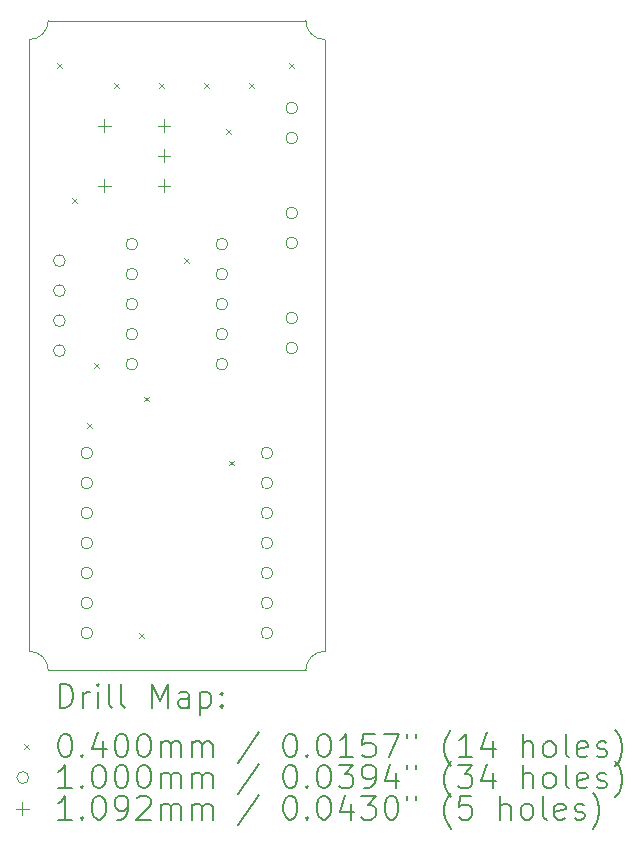
<source format=gbr>
%TF.GenerationSoftware,KiCad,Pcbnew,7.0.9*%
%TF.CreationDate,2025-03-23T18:33:56-04:00*%
%TF.ProjectId,Compact_Control,436f6d70-6163-4745-9f43-6f6e74726f6c,rev?*%
%TF.SameCoordinates,Original*%
%TF.FileFunction,Drillmap*%
%TF.FilePolarity,Positive*%
%FSLAX45Y45*%
G04 Gerber Fmt 4.5, Leading zero omitted, Abs format (unit mm)*
G04 Created by KiCad (PCBNEW 7.0.9) date 2025-03-23 18:33:56*
%MOMM*%
%LPD*%
G01*
G04 APERTURE LIST*
%ADD10C,0.100000*%
%ADD11C,0.200000*%
%ADD12C,0.109220*%
G04 APERTURE END LIST*
D10*
X160000Y-5500000D02*
G75*
G03*
X0Y-5340000I-160000J0D01*
G01*
X2500000Y-5340000D02*
G75*
G03*
X2340000Y-5500000I0J-160000D01*
G01*
X0Y-5340000D02*
X0Y-160000D01*
X2500000Y-160000D02*
X2500000Y-5340000D01*
X0Y-160000D02*
G75*
G03*
X160000Y0I0J160000D01*
G01*
X2340000Y0D02*
G75*
G03*
X2500000Y-160000I160000J0D01*
G01*
X2340000Y-5500000D02*
X160000Y-5500000D01*
X160000Y0D02*
X2340000Y0D01*
D11*
D10*
X234000Y-361000D02*
X274000Y-401000D01*
X274000Y-361000D02*
X234000Y-401000D01*
X361000Y-1504000D02*
X401000Y-1544000D01*
X401000Y-1504000D02*
X361000Y-1544000D01*
X488000Y-3409000D02*
X528000Y-3449000D01*
X528000Y-3409000D02*
X488000Y-3449000D01*
X548274Y-2901000D02*
X588274Y-2941000D01*
X588274Y-2901000D02*
X548274Y-2941000D01*
X720774Y-529196D02*
X760774Y-569196D01*
X760774Y-529196D02*
X720774Y-569196D01*
X932500Y-5187000D02*
X972500Y-5227000D01*
X972500Y-5187000D02*
X932500Y-5227000D01*
X974774Y-3183496D02*
X1014774Y-3223496D01*
X1014774Y-3183496D02*
X974774Y-3223496D01*
X1101774Y-529196D02*
X1141774Y-569196D01*
X1141774Y-529196D02*
X1101774Y-569196D01*
X1313500Y-2012000D02*
X1353500Y-2052000D01*
X1353500Y-2012000D02*
X1313500Y-2052000D01*
X1482774Y-529196D02*
X1522774Y-569196D01*
X1522774Y-529196D02*
X1482774Y-569196D01*
X1663687Y-920169D02*
X1703687Y-960169D01*
X1703687Y-920169D02*
X1663687Y-960169D01*
X1694500Y-3726500D02*
X1734500Y-3766500D01*
X1734500Y-3726500D02*
X1694500Y-3766500D01*
X1863774Y-529196D02*
X1903774Y-569196D01*
X1903774Y-529196D02*
X1863774Y-569196D01*
X2202500Y-361000D02*
X2242500Y-401000D01*
X2242500Y-361000D02*
X2202500Y-401000D01*
X304000Y-2032000D02*
G75*
G03*
X304000Y-2032000I-50000J0D01*
G01*
X304000Y-2286000D02*
G75*
G03*
X304000Y-2286000I-50000J0D01*
G01*
X304000Y-2540000D02*
G75*
G03*
X304000Y-2540000I-50000J0D01*
G01*
X304000Y-2794000D02*
G75*
G03*
X304000Y-2794000I-50000J0D01*
G01*
X536774Y-3660696D02*
G75*
G03*
X536774Y-3660696I-50000J0D01*
G01*
X536774Y-3914696D02*
G75*
G03*
X536774Y-3914696I-50000J0D01*
G01*
X536774Y-4168696D02*
G75*
G03*
X536774Y-4168696I-50000J0D01*
G01*
X536774Y-4422696D02*
G75*
G03*
X536774Y-4422696I-50000J0D01*
G01*
X536774Y-4676696D02*
G75*
G03*
X536774Y-4676696I-50000J0D01*
G01*
X536774Y-4930696D02*
G75*
G03*
X536774Y-4930696I-50000J0D01*
G01*
X536774Y-5184696D02*
G75*
G03*
X536774Y-5184696I-50000J0D01*
G01*
X917774Y-1892696D02*
G75*
G03*
X917774Y-1892696I-50000J0D01*
G01*
X917774Y-2146696D02*
G75*
G03*
X917774Y-2146696I-50000J0D01*
G01*
X917774Y-2400696D02*
G75*
G03*
X917774Y-2400696I-50000J0D01*
G01*
X917774Y-2654696D02*
G75*
G03*
X917774Y-2654696I-50000J0D01*
G01*
X917774Y-2908696D02*
G75*
G03*
X917774Y-2908696I-50000J0D01*
G01*
X1679774Y-1892696D02*
G75*
G03*
X1679774Y-1892696I-50000J0D01*
G01*
X1679774Y-2146696D02*
G75*
G03*
X1679774Y-2146696I-50000J0D01*
G01*
X1679774Y-2400696D02*
G75*
G03*
X1679774Y-2400696I-50000J0D01*
G01*
X1679774Y-2654696D02*
G75*
G03*
X1679774Y-2654696I-50000J0D01*
G01*
X1679774Y-2908696D02*
G75*
G03*
X1679774Y-2908696I-50000J0D01*
G01*
X2061774Y-3660696D02*
G75*
G03*
X2061774Y-3660696I-50000J0D01*
G01*
X2061774Y-3914696D02*
G75*
G03*
X2061774Y-3914696I-50000J0D01*
G01*
X2061774Y-4168696D02*
G75*
G03*
X2061774Y-4168696I-50000J0D01*
G01*
X2061774Y-4422696D02*
G75*
G03*
X2061774Y-4422696I-50000J0D01*
G01*
X2061774Y-4676696D02*
G75*
G03*
X2061774Y-4676696I-50000J0D01*
G01*
X2061774Y-4930696D02*
G75*
G03*
X2061774Y-4930696I-50000J0D01*
G01*
X2061774Y-5184696D02*
G75*
G03*
X2061774Y-5184696I-50000J0D01*
G01*
X2272500Y-739696D02*
G75*
G03*
X2272500Y-739696I-50000J0D01*
G01*
X2272500Y-993696D02*
G75*
G03*
X2272500Y-993696I-50000J0D01*
G01*
X2272500Y-1628696D02*
G75*
G03*
X2272500Y-1628696I-50000J0D01*
G01*
X2272500Y-1882696D02*
G75*
G03*
X2272500Y-1882696I-50000J0D01*
G01*
X2272500Y-2517696D02*
G75*
G03*
X2272500Y-2517696I-50000J0D01*
G01*
X2272500Y-2771696D02*
G75*
G03*
X2272500Y-2771696I-50000J0D01*
G01*
D12*
X635000Y-834390D02*
X635000Y-943610D01*
X580390Y-889000D02*
X689610Y-889000D01*
X635000Y-1342390D02*
X635000Y-1451610D01*
X580390Y-1397000D02*
X689610Y-1397000D01*
X1139825Y-834390D02*
X1139825Y-943610D01*
X1085215Y-889000D02*
X1194435Y-889000D01*
X1139825Y-1088390D02*
X1139825Y-1197610D01*
X1085215Y-1143000D02*
X1194435Y-1143000D01*
X1139825Y-1342390D02*
X1139825Y-1451610D01*
X1085215Y-1397000D02*
X1194435Y-1397000D01*
D11*
X255777Y-5816484D02*
X255777Y-5616484D01*
X255777Y-5616484D02*
X303396Y-5616484D01*
X303396Y-5616484D02*
X331967Y-5626008D01*
X331967Y-5626008D02*
X351015Y-5645055D01*
X351015Y-5645055D02*
X360539Y-5664103D01*
X360539Y-5664103D02*
X370062Y-5702198D01*
X370062Y-5702198D02*
X370062Y-5730769D01*
X370062Y-5730769D02*
X360539Y-5768865D01*
X360539Y-5768865D02*
X351015Y-5787912D01*
X351015Y-5787912D02*
X331967Y-5806960D01*
X331967Y-5806960D02*
X303396Y-5816484D01*
X303396Y-5816484D02*
X255777Y-5816484D01*
X455777Y-5816484D02*
X455777Y-5683150D01*
X455777Y-5721246D02*
X465301Y-5702198D01*
X465301Y-5702198D02*
X474824Y-5692674D01*
X474824Y-5692674D02*
X493872Y-5683150D01*
X493872Y-5683150D02*
X512920Y-5683150D01*
X579586Y-5816484D02*
X579586Y-5683150D01*
X579586Y-5616484D02*
X570063Y-5626008D01*
X570063Y-5626008D02*
X579586Y-5635531D01*
X579586Y-5635531D02*
X589110Y-5626008D01*
X589110Y-5626008D02*
X579586Y-5616484D01*
X579586Y-5616484D02*
X579586Y-5635531D01*
X703396Y-5816484D02*
X684348Y-5806960D01*
X684348Y-5806960D02*
X674824Y-5787912D01*
X674824Y-5787912D02*
X674824Y-5616484D01*
X808158Y-5816484D02*
X789110Y-5806960D01*
X789110Y-5806960D02*
X779586Y-5787912D01*
X779586Y-5787912D02*
X779586Y-5616484D01*
X1036729Y-5816484D02*
X1036729Y-5616484D01*
X1036729Y-5616484D02*
X1103396Y-5759341D01*
X1103396Y-5759341D02*
X1170063Y-5616484D01*
X1170063Y-5616484D02*
X1170063Y-5816484D01*
X1351015Y-5816484D02*
X1351015Y-5711722D01*
X1351015Y-5711722D02*
X1341491Y-5692674D01*
X1341491Y-5692674D02*
X1322444Y-5683150D01*
X1322444Y-5683150D02*
X1284348Y-5683150D01*
X1284348Y-5683150D02*
X1265301Y-5692674D01*
X1351015Y-5806960D02*
X1331967Y-5816484D01*
X1331967Y-5816484D02*
X1284348Y-5816484D01*
X1284348Y-5816484D02*
X1265301Y-5806960D01*
X1265301Y-5806960D02*
X1255777Y-5787912D01*
X1255777Y-5787912D02*
X1255777Y-5768865D01*
X1255777Y-5768865D02*
X1265301Y-5749817D01*
X1265301Y-5749817D02*
X1284348Y-5740293D01*
X1284348Y-5740293D02*
X1331967Y-5740293D01*
X1331967Y-5740293D02*
X1351015Y-5730769D01*
X1446253Y-5683150D02*
X1446253Y-5883150D01*
X1446253Y-5692674D02*
X1465301Y-5683150D01*
X1465301Y-5683150D02*
X1503396Y-5683150D01*
X1503396Y-5683150D02*
X1522443Y-5692674D01*
X1522443Y-5692674D02*
X1531967Y-5702198D01*
X1531967Y-5702198D02*
X1541491Y-5721246D01*
X1541491Y-5721246D02*
X1541491Y-5778388D01*
X1541491Y-5778388D02*
X1531967Y-5797436D01*
X1531967Y-5797436D02*
X1522443Y-5806960D01*
X1522443Y-5806960D02*
X1503396Y-5816484D01*
X1503396Y-5816484D02*
X1465301Y-5816484D01*
X1465301Y-5816484D02*
X1446253Y-5806960D01*
X1627205Y-5797436D02*
X1636729Y-5806960D01*
X1636729Y-5806960D02*
X1627205Y-5816484D01*
X1627205Y-5816484D02*
X1617682Y-5806960D01*
X1617682Y-5806960D02*
X1627205Y-5797436D01*
X1627205Y-5797436D02*
X1627205Y-5816484D01*
X1627205Y-5692674D02*
X1636729Y-5702198D01*
X1636729Y-5702198D02*
X1627205Y-5711722D01*
X1627205Y-5711722D02*
X1617682Y-5702198D01*
X1617682Y-5702198D02*
X1627205Y-5692674D01*
X1627205Y-5692674D02*
X1627205Y-5711722D01*
D10*
X-45000Y-6125000D02*
X-5000Y-6165000D01*
X-5000Y-6125000D02*
X-45000Y-6165000D01*
D11*
X293872Y-6036484D02*
X312920Y-6036484D01*
X312920Y-6036484D02*
X331967Y-6046008D01*
X331967Y-6046008D02*
X341491Y-6055531D01*
X341491Y-6055531D02*
X351015Y-6074579D01*
X351015Y-6074579D02*
X360539Y-6112674D01*
X360539Y-6112674D02*
X360539Y-6160293D01*
X360539Y-6160293D02*
X351015Y-6198388D01*
X351015Y-6198388D02*
X341491Y-6217436D01*
X341491Y-6217436D02*
X331967Y-6226960D01*
X331967Y-6226960D02*
X312920Y-6236484D01*
X312920Y-6236484D02*
X293872Y-6236484D01*
X293872Y-6236484D02*
X274824Y-6226960D01*
X274824Y-6226960D02*
X265301Y-6217436D01*
X265301Y-6217436D02*
X255777Y-6198388D01*
X255777Y-6198388D02*
X246253Y-6160293D01*
X246253Y-6160293D02*
X246253Y-6112674D01*
X246253Y-6112674D02*
X255777Y-6074579D01*
X255777Y-6074579D02*
X265301Y-6055531D01*
X265301Y-6055531D02*
X274824Y-6046008D01*
X274824Y-6046008D02*
X293872Y-6036484D01*
X446253Y-6217436D02*
X455777Y-6226960D01*
X455777Y-6226960D02*
X446253Y-6236484D01*
X446253Y-6236484D02*
X436729Y-6226960D01*
X436729Y-6226960D02*
X446253Y-6217436D01*
X446253Y-6217436D02*
X446253Y-6236484D01*
X627205Y-6103150D02*
X627205Y-6236484D01*
X579586Y-6026960D02*
X531967Y-6169817D01*
X531967Y-6169817D02*
X655777Y-6169817D01*
X770062Y-6036484D02*
X789110Y-6036484D01*
X789110Y-6036484D02*
X808158Y-6046008D01*
X808158Y-6046008D02*
X817682Y-6055531D01*
X817682Y-6055531D02*
X827205Y-6074579D01*
X827205Y-6074579D02*
X836729Y-6112674D01*
X836729Y-6112674D02*
X836729Y-6160293D01*
X836729Y-6160293D02*
X827205Y-6198388D01*
X827205Y-6198388D02*
X817682Y-6217436D01*
X817682Y-6217436D02*
X808158Y-6226960D01*
X808158Y-6226960D02*
X789110Y-6236484D01*
X789110Y-6236484D02*
X770062Y-6236484D01*
X770062Y-6236484D02*
X751015Y-6226960D01*
X751015Y-6226960D02*
X741491Y-6217436D01*
X741491Y-6217436D02*
X731967Y-6198388D01*
X731967Y-6198388D02*
X722443Y-6160293D01*
X722443Y-6160293D02*
X722443Y-6112674D01*
X722443Y-6112674D02*
X731967Y-6074579D01*
X731967Y-6074579D02*
X741491Y-6055531D01*
X741491Y-6055531D02*
X751015Y-6046008D01*
X751015Y-6046008D02*
X770062Y-6036484D01*
X960539Y-6036484D02*
X979586Y-6036484D01*
X979586Y-6036484D02*
X998634Y-6046008D01*
X998634Y-6046008D02*
X1008158Y-6055531D01*
X1008158Y-6055531D02*
X1017682Y-6074579D01*
X1017682Y-6074579D02*
X1027205Y-6112674D01*
X1027205Y-6112674D02*
X1027205Y-6160293D01*
X1027205Y-6160293D02*
X1017682Y-6198388D01*
X1017682Y-6198388D02*
X1008158Y-6217436D01*
X1008158Y-6217436D02*
X998634Y-6226960D01*
X998634Y-6226960D02*
X979586Y-6236484D01*
X979586Y-6236484D02*
X960539Y-6236484D01*
X960539Y-6236484D02*
X941491Y-6226960D01*
X941491Y-6226960D02*
X931967Y-6217436D01*
X931967Y-6217436D02*
X922443Y-6198388D01*
X922443Y-6198388D02*
X912920Y-6160293D01*
X912920Y-6160293D02*
X912920Y-6112674D01*
X912920Y-6112674D02*
X922443Y-6074579D01*
X922443Y-6074579D02*
X931967Y-6055531D01*
X931967Y-6055531D02*
X941491Y-6046008D01*
X941491Y-6046008D02*
X960539Y-6036484D01*
X1112920Y-6236484D02*
X1112920Y-6103150D01*
X1112920Y-6122198D02*
X1122444Y-6112674D01*
X1122444Y-6112674D02*
X1141491Y-6103150D01*
X1141491Y-6103150D02*
X1170063Y-6103150D01*
X1170063Y-6103150D02*
X1189110Y-6112674D01*
X1189110Y-6112674D02*
X1198634Y-6131722D01*
X1198634Y-6131722D02*
X1198634Y-6236484D01*
X1198634Y-6131722D02*
X1208158Y-6112674D01*
X1208158Y-6112674D02*
X1227205Y-6103150D01*
X1227205Y-6103150D02*
X1255777Y-6103150D01*
X1255777Y-6103150D02*
X1274825Y-6112674D01*
X1274825Y-6112674D02*
X1284348Y-6131722D01*
X1284348Y-6131722D02*
X1284348Y-6236484D01*
X1379586Y-6236484D02*
X1379586Y-6103150D01*
X1379586Y-6122198D02*
X1389110Y-6112674D01*
X1389110Y-6112674D02*
X1408158Y-6103150D01*
X1408158Y-6103150D02*
X1436729Y-6103150D01*
X1436729Y-6103150D02*
X1455777Y-6112674D01*
X1455777Y-6112674D02*
X1465301Y-6131722D01*
X1465301Y-6131722D02*
X1465301Y-6236484D01*
X1465301Y-6131722D02*
X1474824Y-6112674D01*
X1474824Y-6112674D02*
X1493872Y-6103150D01*
X1493872Y-6103150D02*
X1522443Y-6103150D01*
X1522443Y-6103150D02*
X1541491Y-6112674D01*
X1541491Y-6112674D02*
X1551015Y-6131722D01*
X1551015Y-6131722D02*
X1551015Y-6236484D01*
X1941491Y-6026960D02*
X1770063Y-6284103D01*
X2198634Y-6036484D02*
X2217682Y-6036484D01*
X2217682Y-6036484D02*
X2236729Y-6046008D01*
X2236729Y-6046008D02*
X2246253Y-6055531D01*
X2246253Y-6055531D02*
X2255777Y-6074579D01*
X2255777Y-6074579D02*
X2265301Y-6112674D01*
X2265301Y-6112674D02*
X2265301Y-6160293D01*
X2265301Y-6160293D02*
X2255777Y-6198388D01*
X2255777Y-6198388D02*
X2246253Y-6217436D01*
X2246253Y-6217436D02*
X2236729Y-6226960D01*
X2236729Y-6226960D02*
X2217682Y-6236484D01*
X2217682Y-6236484D02*
X2198634Y-6236484D01*
X2198634Y-6236484D02*
X2179587Y-6226960D01*
X2179587Y-6226960D02*
X2170063Y-6217436D01*
X2170063Y-6217436D02*
X2160539Y-6198388D01*
X2160539Y-6198388D02*
X2151015Y-6160293D01*
X2151015Y-6160293D02*
X2151015Y-6112674D01*
X2151015Y-6112674D02*
X2160539Y-6074579D01*
X2160539Y-6074579D02*
X2170063Y-6055531D01*
X2170063Y-6055531D02*
X2179587Y-6046008D01*
X2179587Y-6046008D02*
X2198634Y-6036484D01*
X2351015Y-6217436D02*
X2360539Y-6226960D01*
X2360539Y-6226960D02*
X2351015Y-6236484D01*
X2351015Y-6236484D02*
X2341491Y-6226960D01*
X2341491Y-6226960D02*
X2351015Y-6217436D01*
X2351015Y-6217436D02*
X2351015Y-6236484D01*
X2484348Y-6036484D02*
X2503396Y-6036484D01*
X2503396Y-6036484D02*
X2522444Y-6046008D01*
X2522444Y-6046008D02*
X2531968Y-6055531D01*
X2531968Y-6055531D02*
X2541491Y-6074579D01*
X2541491Y-6074579D02*
X2551015Y-6112674D01*
X2551015Y-6112674D02*
X2551015Y-6160293D01*
X2551015Y-6160293D02*
X2541491Y-6198388D01*
X2541491Y-6198388D02*
X2531968Y-6217436D01*
X2531968Y-6217436D02*
X2522444Y-6226960D01*
X2522444Y-6226960D02*
X2503396Y-6236484D01*
X2503396Y-6236484D02*
X2484348Y-6236484D01*
X2484348Y-6236484D02*
X2465301Y-6226960D01*
X2465301Y-6226960D02*
X2455777Y-6217436D01*
X2455777Y-6217436D02*
X2446253Y-6198388D01*
X2446253Y-6198388D02*
X2436729Y-6160293D01*
X2436729Y-6160293D02*
X2436729Y-6112674D01*
X2436729Y-6112674D02*
X2446253Y-6074579D01*
X2446253Y-6074579D02*
X2455777Y-6055531D01*
X2455777Y-6055531D02*
X2465301Y-6046008D01*
X2465301Y-6046008D02*
X2484348Y-6036484D01*
X2741491Y-6236484D02*
X2627206Y-6236484D01*
X2684348Y-6236484D02*
X2684348Y-6036484D01*
X2684348Y-6036484D02*
X2665301Y-6065055D01*
X2665301Y-6065055D02*
X2646253Y-6084103D01*
X2646253Y-6084103D02*
X2627206Y-6093627D01*
X2922444Y-6036484D02*
X2827206Y-6036484D01*
X2827206Y-6036484D02*
X2817682Y-6131722D01*
X2817682Y-6131722D02*
X2827206Y-6122198D01*
X2827206Y-6122198D02*
X2846253Y-6112674D01*
X2846253Y-6112674D02*
X2893872Y-6112674D01*
X2893872Y-6112674D02*
X2912920Y-6122198D01*
X2912920Y-6122198D02*
X2922444Y-6131722D01*
X2922444Y-6131722D02*
X2931967Y-6150769D01*
X2931967Y-6150769D02*
X2931967Y-6198388D01*
X2931967Y-6198388D02*
X2922444Y-6217436D01*
X2922444Y-6217436D02*
X2912920Y-6226960D01*
X2912920Y-6226960D02*
X2893872Y-6236484D01*
X2893872Y-6236484D02*
X2846253Y-6236484D01*
X2846253Y-6236484D02*
X2827206Y-6226960D01*
X2827206Y-6226960D02*
X2817682Y-6217436D01*
X2998634Y-6036484D02*
X3131967Y-6036484D01*
X3131967Y-6036484D02*
X3046253Y-6236484D01*
X3198634Y-6036484D02*
X3198634Y-6074579D01*
X3274825Y-6036484D02*
X3274825Y-6074579D01*
X3570063Y-6312674D02*
X3560539Y-6303150D01*
X3560539Y-6303150D02*
X3541491Y-6274579D01*
X3541491Y-6274579D02*
X3531968Y-6255531D01*
X3531968Y-6255531D02*
X3522444Y-6226960D01*
X3522444Y-6226960D02*
X3512920Y-6179341D01*
X3512920Y-6179341D02*
X3512920Y-6141246D01*
X3512920Y-6141246D02*
X3522444Y-6093627D01*
X3522444Y-6093627D02*
X3531968Y-6065055D01*
X3531968Y-6065055D02*
X3541491Y-6046008D01*
X3541491Y-6046008D02*
X3560539Y-6017436D01*
X3560539Y-6017436D02*
X3570063Y-6007912D01*
X3751015Y-6236484D02*
X3636729Y-6236484D01*
X3693872Y-6236484D02*
X3693872Y-6036484D01*
X3693872Y-6036484D02*
X3674825Y-6065055D01*
X3674825Y-6065055D02*
X3655777Y-6084103D01*
X3655777Y-6084103D02*
X3636729Y-6093627D01*
X3922444Y-6103150D02*
X3922444Y-6236484D01*
X3874825Y-6026960D02*
X3827206Y-6169817D01*
X3827206Y-6169817D02*
X3951015Y-6169817D01*
X4179587Y-6236484D02*
X4179587Y-6036484D01*
X4265301Y-6236484D02*
X4265301Y-6131722D01*
X4265301Y-6131722D02*
X4255777Y-6112674D01*
X4255777Y-6112674D02*
X4236730Y-6103150D01*
X4236730Y-6103150D02*
X4208158Y-6103150D01*
X4208158Y-6103150D02*
X4189110Y-6112674D01*
X4189110Y-6112674D02*
X4179587Y-6122198D01*
X4389111Y-6236484D02*
X4370063Y-6226960D01*
X4370063Y-6226960D02*
X4360539Y-6217436D01*
X4360539Y-6217436D02*
X4351015Y-6198388D01*
X4351015Y-6198388D02*
X4351015Y-6141246D01*
X4351015Y-6141246D02*
X4360539Y-6122198D01*
X4360539Y-6122198D02*
X4370063Y-6112674D01*
X4370063Y-6112674D02*
X4389111Y-6103150D01*
X4389111Y-6103150D02*
X4417682Y-6103150D01*
X4417682Y-6103150D02*
X4436730Y-6112674D01*
X4436730Y-6112674D02*
X4446253Y-6122198D01*
X4446253Y-6122198D02*
X4455777Y-6141246D01*
X4455777Y-6141246D02*
X4455777Y-6198388D01*
X4455777Y-6198388D02*
X4446253Y-6217436D01*
X4446253Y-6217436D02*
X4436730Y-6226960D01*
X4436730Y-6226960D02*
X4417682Y-6236484D01*
X4417682Y-6236484D02*
X4389111Y-6236484D01*
X4570063Y-6236484D02*
X4551015Y-6226960D01*
X4551015Y-6226960D02*
X4541492Y-6207912D01*
X4541492Y-6207912D02*
X4541492Y-6036484D01*
X4722444Y-6226960D02*
X4703396Y-6236484D01*
X4703396Y-6236484D02*
X4665301Y-6236484D01*
X4665301Y-6236484D02*
X4646253Y-6226960D01*
X4646253Y-6226960D02*
X4636730Y-6207912D01*
X4636730Y-6207912D02*
X4636730Y-6131722D01*
X4636730Y-6131722D02*
X4646253Y-6112674D01*
X4646253Y-6112674D02*
X4665301Y-6103150D01*
X4665301Y-6103150D02*
X4703396Y-6103150D01*
X4703396Y-6103150D02*
X4722444Y-6112674D01*
X4722444Y-6112674D02*
X4731968Y-6131722D01*
X4731968Y-6131722D02*
X4731968Y-6150769D01*
X4731968Y-6150769D02*
X4636730Y-6169817D01*
X4808158Y-6226960D02*
X4827206Y-6236484D01*
X4827206Y-6236484D02*
X4865301Y-6236484D01*
X4865301Y-6236484D02*
X4884349Y-6226960D01*
X4884349Y-6226960D02*
X4893873Y-6207912D01*
X4893873Y-6207912D02*
X4893873Y-6198388D01*
X4893873Y-6198388D02*
X4884349Y-6179341D01*
X4884349Y-6179341D02*
X4865301Y-6169817D01*
X4865301Y-6169817D02*
X4836730Y-6169817D01*
X4836730Y-6169817D02*
X4817682Y-6160293D01*
X4817682Y-6160293D02*
X4808158Y-6141246D01*
X4808158Y-6141246D02*
X4808158Y-6131722D01*
X4808158Y-6131722D02*
X4817682Y-6112674D01*
X4817682Y-6112674D02*
X4836730Y-6103150D01*
X4836730Y-6103150D02*
X4865301Y-6103150D01*
X4865301Y-6103150D02*
X4884349Y-6112674D01*
X4960539Y-6312674D02*
X4970063Y-6303150D01*
X4970063Y-6303150D02*
X4989111Y-6274579D01*
X4989111Y-6274579D02*
X4998634Y-6255531D01*
X4998634Y-6255531D02*
X5008158Y-6226960D01*
X5008158Y-6226960D02*
X5017682Y-6179341D01*
X5017682Y-6179341D02*
X5017682Y-6141246D01*
X5017682Y-6141246D02*
X5008158Y-6093627D01*
X5008158Y-6093627D02*
X4998634Y-6065055D01*
X4998634Y-6065055D02*
X4989111Y-6046008D01*
X4989111Y-6046008D02*
X4970063Y-6017436D01*
X4970063Y-6017436D02*
X4960539Y-6007912D01*
D10*
X-5000Y-6409000D02*
G75*
G03*
X-5000Y-6409000I-50000J0D01*
G01*
D11*
X360539Y-6500484D02*
X246253Y-6500484D01*
X303396Y-6500484D02*
X303396Y-6300484D01*
X303396Y-6300484D02*
X284348Y-6329055D01*
X284348Y-6329055D02*
X265301Y-6348103D01*
X265301Y-6348103D02*
X246253Y-6357627D01*
X446253Y-6481436D02*
X455777Y-6490960D01*
X455777Y-6490960D02*
X446253Y-6500484D01*
X446253Y-6500484D02*
X436729Y-6490960D01*
X436729Y-6490960D02*
X446253Y-6481436D01*
X446253Y-6481436D02*
X446253Y-6500484D01*
X579586Y-6300484D02*
X598634Y-6300484D01*
X598634Y-6300484D02*
X617682Y-6310008D01*
X617682Y-6310008D02*
X627205Y-6319531D01*
X627205Y-6319531D02*
X636729Y-6338579D01*
X636729Y-6338579D02*
X646253Y-6376674D01*
X646253Y-6376674D02*
X646253Y-6424293D01*
X646253Y-6424293D02*
X636729Y-6462388D01*
X636729Y-6462388D02*
X627205Y-6481436D01*
X627205Y-6481436D02*
X617682Y-6490960D01*
X617682Y-6490960D02*
X598634Y-6500484D01*
X598634Y-6500484D02*
X579586Y-6500484D01*
X579586Y-6500484D02*
X560539Y-6490960D01*
X560539Y-6490960D02*
X551015Y-6481436D01*
X551015Y-6481436D02*
X541491Y-6462388D01*
X541491Y-6462388D02*
X531967Y-6424293D01*
X531967Y-6424293D02*
X531967Y-6376674D01*
X531967Y-6376674D02*
X541491Y-6338579D01*
X541491Y-6338579D02*
X551015Y-6319531D01*
X551015Y-6319531D02*
X560539Y-6310008D01*
X560539Y-6310008D02*
X579586Y-6300484D01*
X770062Y-6300484D02*
X789110Y-6300484D01*
X789110Y-6300484D02*
X808158Y-6310008D01*
X808158Y-6310008D02*
X817682Y-6319531D01*
X817682Y-6319531D02*
X827205Y-6338579D01*
X827205Y-6338579D02*
X836729Y-6376674D01*
X836729Y-6376674D02*
X836729Y-6424293D01*
X836729Y-6424293D02*
X827205Y-6462388D01*
X827205Y-6462388D02*
X817682Y-6481436D01*
X817682Y-6481436D02*
X808158Y-6490960D01*
X808158Y-6490960D02*
X789110Y-6500484D01*
X789110Y-6500484D02*
X770062Y-6500484D01*
X770062Y-6500484D02*
X751015Y-6490960D01*
X751015Y-6490960D02*
X741491Y-6481436D01*
X741491Y-6481436D02*
X731967Y-6462388D01*
X731967Y-6462388D02*
X722443Y-6424293D01*
X722443Y-6424293D02*
X722443Y-6376674D01*
X722443Y-6376674D02*
X731967Y-6338579D01*
X731967Y-6338579D02*
X741491Y-6319531D01*
X741491Y-6319531D02*
X751015Y-6310008D01*
X751015Y-6310008D02*
X770062Y-6300484D01*
X960539Y-6300484D02*
X979586Y-6300484D01*
X979586Y-6300484D02*
X998634Y-6310008D01*
X998634Y-6310008D02*
X1008158Y-6319531D01*
X1008158Y-6319531D02*
X1017682Y-6338579D01*
X1017682Y-6338579D02*
X1027205Y-6376674D01*
X1027205Y-6376674D02*
X1027205Y-6424293D01*
X1027205Y-6424293D02*
X1017682Y-6462388D01*
X1017682Y-6462388D02*
X1008158Y-6481436D01*
X1008158Y-6481436D02*
X998634Y-6490960D01*
X998634Y-6490960D02*
X979586Y-6500484D01*
X979586Y-6500484D02*
X960539Y-6500484D01*
X960539Y-6500484D02*
X941491Y-6490960D01*
X941491Y-6490960D02*
X931967Y-6481436D01*
X931967Y-6481436D02*
X922443Y-6462388D01*
X922443Y-6462388D02*
X912920Y-6424293D01*
X912920Y-6424293D02*
X912920Y-6376674D01*
X912920Y-6376674D02*
X922443Y-6338579D01*
X922443Y-6338579D02*
X931967Y-6319531D01*
X931967Y-6319531D02*
X941491Y-6310008D01*
X941491Y-6310008D02*
X960539Y-6300484D01*
X1112920Y-6500484D02*
X1112920Y-6367150D01*
X1112920Y-6386198D02*
X1122444Y-6376674D01*
X1122444Y-6376674D02*
X1141491Y-6367150D01*
X1141491Y-6367150D02*
X1170063Y-6367150D01*
X1170063Y-6367150D02*
X1189110Y-6376674D01*
X1189110Y-6376674D02*
X1198634Y-6395722D01*
X1198634Y-6395722D02*
X1198634Y-6500484D01*
X1198634Y-6395722D02*
X1208158Y-6376674D01*
X1208158Y-6376674D02*
X1227205Y-6367150D01*
X1227205Y-6367150D02*
X1255777Y-6367150D01*
X1255777Y-6367150D02*
X1274825Y-6376674D01*
X1274825Y-6376674D02*
X1284348Y-6395722D01*
X1284348Y-6395722D02*
X1284348Y-6500484D01*
X1379586Y-6500484D02*
X1379586Y-6367150D01*
X1379586Y-6386198D02*
X1389110Y-6376674D01*
X1389110Y-6376674D02*
X1408158Y-6367150D01*
X1408158Y-6367150D02*
X1436729Y-6367150D01*
X1436729Y-6367150D02*
X1455777Y-6376674D01*
X1455777Y-6376674D02*
X1465301Y-6395722D01*
X1465301Y-6395722D02*
X1465301Y-6500484D01*
X1465301Y-6395722D02*
X1474824Y-6376674D01*
X1474824Y-6376674D02*
X1493872Y-6367150D01*
X1493872Y-6367150D02*
X1522443Y-6367150D01*
X1522443Y-6367150D02*
X1541491Y-6376674D01*
X1541491Y-6376674D02*
X1551015Y-6395722D01*
X1551015Y-6395722D02*
X1551015Y-6500484D01*
X1941491Y-6290960D02*
X1770063Y-6548103D01*
X2198634Y-6300484D02*
X2217682Y-6300484D01*
X2217682Y-6300484D02*
X2236729Y-6310008D01*
X2236729Y-6310008D02*
X2246253Y-6319531D01*
X2246253Y-6319531D02*
X2255777Y-6338579D01*
X2255777Y-6338579D02*
X2265301Y-6376674D01*
X2265301Y-6376674D02*
X2265301Y-6424293D01*
X2265301Y-6424293D02*
X2255777Y-6462388D01*
X2255777Y-6462388D02*
X2246253Y-6481436D01*
X2246253Y-6481436D02*
X2236729Y-6490960D01*
X2236729Y-6490960D02*
X2217682Y-6500484D01*
X2217682Y-6500484D02*
X2198634Y-6500484D01*
X2198634Y-6500484D02*
X2179587Y-6490960D01*
X2179587Y-6490960D02*
X2170063Y-6481436D01*
X2170063Y-6481436D02*
X2160539Y-6462388D01*
X2160539Y-6462388D02*
X2151015Y-6424293D01*
X2151015Y-6424293D02*
X2151015Y-6376674D01*
X2151015Y-6376674D02*
X2160539Y-6338579D01*
X2160539Y-6338579D02*
X2170063Y-6319531D01*
X2170063Y-6319531D02*
X2179587Y-6310008D01*
X2179587Y-6310008D02*
X2198634Y-6300484D01*
X2351015Y-6481436D02*
X2360539Y-6490960D01*
X2360539Y-6490960D02*
X2351015Y-6500484D01*
X2351015Y-6500484D02*
X2341491Y-6490960D01*
X2341491Y-6490960D02*
X2351015Y-6481436D01*
X2351015Y-6481436D02*
X2351015Y-6500484D01*
X2484348Y-6300484D02*
X2503396Y-6300484D01*
X2503396Y-6300484D02*
X2522444Y-6310008D01*
X2522444Y-6310008D02*
X2531968Y-6319531D01*
X2531968Y-6319531D02*
X2541491Y-6338579D01*
X2541491Y-6338579D02*
X2551015Y-6376674D01*
X2551015Y-6376674D02*
X2551015Y-6424293D01*
X2551015Y-6424293D02*
X2541491Y-6462388D01*
X2541491Y-6462388D02*
X2531968Y-6481436D01*
X2531968Y-6481436D02*
X2522444Y-6490960D01*
X2522444Y-6490960D02*
X2503396Y-6500484D01*
X2503396Y-6500484D02*
X2484348Y-6500484D01*
X2484348Y-6500484D02*
X2465301Y-6490960D01*
X2465301Y-6490960D02*
X2455777Y-6481436D01*
X2455777Y-6481436D02*
X2446253Y-6462388D01*
X2446253Y-6462388D02*
X2436729Y-6424293D01*
X2436729Y-6424293D02*
X2436729Y-6376674D01*
X2436729Y-6376674D02*
X2446253Y-6338579D01*
X2446253Y-6338579D02*
X2455777Y-6319531D01*
X2455777Y-6319531D02*
X2465301Y-6310008D01*
X2465301Y-6310008D02*
X2484348Y-6300484D01*
X2617682Y-6300484D02*
X2741491Y-6300484D01*
X2741491Y-6300484D02*
X2674825Y-6376674D01*
X2674825Y-6376674D02*
X2703396Y-6376674D01*
X2703396Y-6376674D02*
X2722444Y-6386198D01*
X2722444Y-6386198D02*
X2731968Y-6395722D01*
X2731968Y-6395722D02*
X2741491Y-6414769D01*
X2741491Y-6414769D02*
X2741491Y-6462388D01*
X2741491Y-6462388D02*
X2731968Y-6481436D01*
X2731968Y-6481436D02*
X2722444Y-6490960D01*
X2722444Y-6490960D02*
X2703396Y-6500484D01*
X2703396Y-6500484D02*
X2646253Y-6500484D01*
X2646253Y-6500484D02*
X2627206Y-6490960D01*
X2627206Y-6490960D02*
X2617682Y-6481436D01*
X2836729Y-6500484D02*
X2874825Y-6500484D01*
X2874825Y-6500484D02*
X2893872Y-6490960D01*
X2893872Y-6490960D02*
X2903396Y-6481436D01*
X2903396Y-6481436D02*
X2922444Y-6452865D01*
X2922444Y-6452865D02*
X2931967Y-6414769D01*
X2931967Y-6414769D02*
X2931967Y-6338579D01*
X2931967Y-6338579D02*
X2922444Y-6319531D01*
X2922444Y-6319531D02*
X2912920Y-6310008D01*
X2912920Y-6310008D02*
X2893872Y-6300484D01*
X2893872Y-6300484D02*
X2855777Y-6300484D01*
X2855777Y-6300484D02*
X2836729Y-6310008D01*
X2836729Y-6310008D02*
X2827206Y-6319531D01*
X2827206Y-6319531D02*
X2817682Y-6338579D01*
X2817682Y-6338579D02*
X2817682Y-6386198D01*
X2817682Y-6386198D02*
X2827206Y-6405246D01*
X2827206Y-6405246D02*
X2836729Y-6414769D01*
X2836729Y-6414769D02*
X2855777Y-6424293D01*
X2855777Y-6424293D02*
X2893872Y-6424293D01*
X2893872Y-6424293D02*
X2912920Y-6414769D01*
X2912920Y-6414769D02*
X2922444Y-6405246D01*
X2922444Y-6405246D02*
X2931967Y-6386198D01*
X3103396Y-6367150D02*
X3103396Y-6500484D01*
X3055777Y-6290960D02*
X3008158Y-6433817D01*
X3008158Y-6433817D02*
X3131967Y-6433817D01*
X3198634Y-6300484D02*
X3198634Y-6338579D01*
X3274825Y-6300484D02*
X3274825Y-6338579D01*
X3570063Y-6576674D02*
X3560539Y-6567150D01*
X3560539Y-6567150D02*
X3541491Y-6538579D01*
X3541491Y-6538579D02*
X3531968Y-6519531D01*
X3531968Y-6519531D02*
X3522444Y-6490960D01*
X3522444Y-6490960D02*
X3512920Y-6443341D01*
X3512920Y-6443341D02*
X3512920Y-6405246D01*
X3512920Y-6405246D02*
X3522444Y-6357627D01*
X3522444Y-6357627D02*
X3531968Y-6329055D01*
X3531968Y-6329055D02*
X3541491Y-6310008D01*
X3541491Y-6310008D02*
X3560539Y-6281436D01*
X3560539Y-6281436D02*
X3570063Y-6271912D01*
X3627206Y-6300484D02*
X3751015Y-6300484D01*
X3751015Y-6300484D02*
X3684348Y-6376674D01*
X3684348Y-6376674D02*
X3712920Y-6376674D01*
X3712920Y-6376674D02*
X3731968Y-6386198D01*
X3731968Y-6386198D02*
X3741491Y-6395722D01*
X3741491Y-6395722D02*
X3751015Y-6414769D01*
X3751015Y-6414769D02*
X3751015Y-6462388D01*
X3751015Y-6462388D02*
X3741491Y-6481436D01*
X3741491Y-6481436D02*
X3731968Y-6490960D01*
X3731968Y-6490960D02*
X3712920Y-6500484D01*
X3712920Y-6500484D02*
X3655777Y-6500484D01*
X3655777Y-6500484D02*
X3636729Y-6490960D01*
X3636729Y-6490960D02*
X3627206Y-6481436D01*
X3922444Y-6367150D02*
X3922444Y-6500484D01*
X3874825Y-6290960D02*
X3827206Y-6433817D01*
X3827206Y-6433817D02*
X3951015Y-6433817D01*
X4179587Y-6500484D02*
X4179587Y-6300484D01*
X4265301Y-6500484D02*
X4265301Y-6395722D01*
X4265301Y-6395722D02*
X4255777Y-6376674D01*
X4255777Y-6376674D02*
X4236730Y-6367150D01*
X4236730Y-6367150D02*
X4208158Y-6367150D01*
X4208158Y-6367150D02*
X4189110Y-6376674D01*
X4189110Y-6376674D02*
X4179587Y-6386198D01*
X4389111Y-6500484D02*
X4370063Y-6490960D01*
X4370063Y-6490960D02*
X4360539Y-6481436D01*
X4360539Y-6481436D02*
X4351015Y-6462388D01*
X4351015Y-6462388D02*
X4351015Y-6405246D01*
X4351015Y-6405246D02*
X4360539Y-6386198D01*
X4360539Y-6386198D02*
X4370063Y-6376674D01*
X4370063Y-6376674D02*
X4389111Y-6367150D01*
X4389111Y-6367150D02*
X4417682Y-6367150D01*
X4417682Y-6367150D02*
X4436730Y-6376674D01*
X4436730Y-6376674D02*
X4446253Y-6386198D01*
X4446253Y-6386198D02*
X4455777Y-6405246D01*
X4455777Y-6405246D02*
X4455777Y-6462388D01*
X4455777Y-6462388D02*
X4446253Y-6481436D01*
X4446253Y-6481436D02*
X4436730Y-6490960D01*
X4436730Y-6490960D02*
X4417682Y-6500484D01*
X4417682Y-6500484D02*
X4389111Y-6500484D01*
X4570063Y-6500484D02*
X4551015Y-6490960D01*
X4551015Y-6490960D02*
X4541492Y-6471912D01*
X4541492Y-6471912D02*
X4541492Y-6300484D01*
X4722444Y-6490960D02*
X4703396Y-6500484D01*
X4703396Y-6500484D02*
X4665301Y-6500484D01*
X4665301Y-6500484D02*
X4646253Y-6490960D01*
X4646253Y-6490960D02*
X4636730Y-6471912D01*
X4636730Y-6471912D02*
X4636730Y-6395722D01*
X4636730Y-6395722D02*
X4646253Y-6376674D01*
X4646253Y-6376674D02*
X4665301Y-6367150D01*
X4665301Y-6367150D02*
X4703396Y-6367150D01*
X4703396Y-6367150D02*
X4722444Y-6376674D01*
X4722444Y-6376674D02*
X4731968Y-6395722D01*
X4731968Y-6395722D02*
X4731968Y-6414769D01*
X4731968Y-6414769D02*
X4636730Y-6433817D01*
X4808158Y-6490960D02*
X4827206Y-6500484D01*
X4827206Y-6500484D02*
X4865301Y-6500484D01*
X4865301Y-6500484D02*
X4884349Y-6490960D01*
X4884349Y-6490960D02*
X4893873Y-6471912D01*
X4893873Y-6471912D02*
X4893873Y-6462388D01*
X4893873Y-6462388D02*
X4884349Y-6443341D01*
X4884349Y-6443341D02*
X4865301Y-6433817D01*
X4865301Y-6433817D02*
X4836730Y-6433817D01*
X4836730Y-6433817D02*
X4817682Y-6424293D01*
X4817682Y-6424293D02*
X4808158Y-6405246D01*
X4808158Y-6405246D02*
X4808158Y-6395722D01*
X4808158Y-6395722D02*
X4817682Y-6376674D01*
X4817682Y-6376674D02*
X4836730Y-6367150D01*
X4836730Y-6367150D02*
X4865301Y-6367150D01*
X4865301Y-6367150D02*
X4884349Y-6376674D01*
X4960539Y-6576674D02*
X4970063Y-6567150D01*
X4970063Y-6567150D02*
X4989111Y-6538579D01*
X4989111Y-6538579D02*
X4998634Y-6519531D01*
X4998634Y-6519531D02*
X5008158Y-6490960D01*
X5008158Y-6490960D02*
X5017682Y-6443341D01*
X5017682Y-6443341D02*
X5017682Y-6405246D01*
X5017682Y-6405246D02*
X5008158Y-6357627D01*
X5008158Y-6357627D02*
X4998634Y-6329055D01*
X4998634Y-6329055D02*
X4989111Y-6310008D01*
X4989111Y-6310008D02*
X4970063Y-6281436D01*
X4970063Y-6281436D02*
X4960539Y-6271912D01*
D12*
X-59610Y-6618390D02*
X-59610Y-6727610D01*
X-114220Y-6673000D02*
X-5000Y-6673000D01*
D11*
X360539Y-6764484D02*
X246253Y-6764484D01*
X303396Y-6764484D02*
X303396Y-6564484D01*
X303396Y-6564484D02*
X284348Y-6593055D01*
X284348Y-6593055D02*
X265301Y-6612103D01*
X265301Y-6612103D02*
X246253Y-6621627D01*
X446253Y-6745436D02*
X455777Y-6754960D01*
X455777Y-6754960D02*
X446253Y-6764484D01*
X446253Y-6764484D02*
X436729Y-6754960D01*
X436729Y-6754960D02*
X446253Y-6745436D01*
X446253Y-6745436D02*
X446253Y-6764484D01*
X579586Y-6564484D02*
X598634Y-6564484D01*
X598634Y-6564484D02*
X617682Y-6574008D01*
X617682Y-6574008D02*
X627205Y-6583531D01*
X627205Y-6583531D02*
X636729Y-6602579D01*
X636729Y-6602579D02*
X646253Y-6640674D01*
X646253Y-6640674D02*
X646253Y-6688293D01*
X646253Y-6688293D02*
X636729Y-6726388D01*
X636729Y-6726388D02*
X627205Y-6745436D01*
X627205Y-6745436D02*
X617682Y-6754960D01*
X617682Y-6754960D02*
X598634Y-6764484D01*
X598634Y-6764484D02*
X579586Y-6764484D01*
X579586Y-6764484D02*
X560539Y-6754960D01*
X560539Y-6754960D02*
X551015Y-6745436D01*
X551015Y-6745436D02*
X541491Y-6726388D01*
X541491Y-6726388D02*
X531967Y-6688293D01*
X531967Y-6688293D02*
X531967Y-6640674D01*
X531967Y-6640674D02*
X541491Y-6602579D01*
X541491Y-6602579D02*
X551015Y-6583531D01*
X551015Y-6583531D02*
X560539Y-6574008D01*
X560539Y-6574008D02*
X579586Y-6564484D01*
X741491Y-6764484D02*
X779586Y-6764484D01*
X779586Y-6764484D02*
X798634Y-6754960D01*
X798634Y-6754960D02*
X808158Y-6745436D01*
X808158Y-6745436D02*
X827205Y-6716865D01*
X827205Y-6716865D02*
X836729Y-6678769D01*
X836729Y-6678769D02*
X836729Y-6602579D01*
X836729Y-6602579D02*
X827205Y-6583531D01*
X827205Y-6583531D02*
X817682Y-6574008D01*
X817682Y-6574008D02*
X798634Y-6564484D01*
X798634Y-6564484D02*
X760539Y-6564484D01*
X760539Y-6564484D02*
X741491Y-6574008D01*
X741491Y-6574008D02*
X731967Y-6583531D01*
X731967Y-6583531D02*
X722443Y-6602579D01*
X722443Y-6602579D02*
X722443Y-6650198D01*
X722443Y-6650198D02*
X731967Y-6669246D01*
X731967Y-6669246D02*
X741491Y-6678769D01*
X741491Y-6678769D02*
X760539Y-6688293D01*
X760539Y-6688293D02*
X798634Y-6688293D01*
X798634Y-6688293D02*
X817682Y-6678769D01*
X817682Y-6678769D02*
X827205Y-6669246D01*
X827205Y-6669246D02*
X836729Y-6650198D01*
X912920Y-6583531D02*
X922443Y-6574008D01*
X922443Y-6574008D02*
X941491Y-6564484D01*
X941491Y-6564484D02*
X989110Y-6564484D01*
X989110Y-6564484D02*
X1008158Y-6574008D01*
X1008158Y-6574008D02*
X1017682Y-6583531D01*
X1017682Y-6583531D02*
X1027205Y-6602579D01*
X1027205Y-6602579D02*
X1027205Y-6621627D01*
X1027205Y-6621627D02*
X1017682Y-6650198D01*
X1017682Y-6650198D02*
X903396Y-6764484D01*
X903396Y-6764484D02*
X1027205Y-6764484D01*
X1112920Y-6764484D02*
X1112920Y-6631150D01*
X1112920Y-6650198D02*
X1122444Y-6640674D01*
X1122444Y-6640674D02*
X1141491Y-6631150D01*
X1141491Y-6631150D02*
X1170063Y-6631150D01*
X1170063Y-6631150D02*
X1189110Y-6640674D01*
X1189110Y-6640674D02*
X1198634Y-6659722D01*
X1198634Y-6659722D02*
X1198634Y-6764484D01*
X1198634Y-6659722D02*
X1208158Y-6640674D01*
X1208158Y-6640674D02*
X1227205Y-6631150D01*
X1227205Y-6631150D02*
X1255777Y-6631150D01*
X1255777Y-6631150D02*
X1274825Y-6640674D01*
X1274825Y-6640674D02*
X1284348Y-6659722D01*
X1284348Y-6659722D02*
X1284348Y-6764484D01*
X1379586Y-6764484D02*
X1379586Y-6631150D01*
X1379586Y-6650198D02*
X1389110Y-6640674D01*
X1389110Y-6640674D02*
X1408158Y-6631150D01*
X1408158Y-6631150D02*
X1436729Y-6631150D01*
X1436729Y-6631150D02*
X1455777Y-6640674D01*
X1455777Y-6640674D02*
X1465301Y-6659722D01*
X1465301Y-6659722D02*
X1465301Y-6764484D01*
X1465301Y-6659722D02*
X1474824Y-6640674D01*
X1474824Y-6640674D02*
X1493872Y-6631150D01*
X1493872Y-6631150D02*
X1522443Y-6631150D01*
X1522443Y-6631150D02*
X1541491Y-6640674D01*
X1541491Y-6640674D02*
X1551015Y-6659722D01*
X1551015Y-6659722D02*
X1551015Y-6764484D01*
X1941491Y-6554960D02*
X1770063Y-6812103D01*
X2198634Y-6564484D02*
X2217682Y-6564484D01*
X2217682Y-6564484D02*
X2236729Y-6574008D01*
X2236729Y-6574008D02*
X2246253Y-6583531D01*
X2246253Y-6583531D02*
X2255777Y-6602579D01*
X2255777Y-6602579D02*
X2265301Y-6640674D01*
X2265301Y-6640674D02*
X2265301Y-6688293D01*
X2265301Y-6688293D02*
X2255777Y-6726388D01*
X2255777Y-6726388D02*
X2246253Y-6745436D01*
X2246253Y-6745436D02*
X2236729Y-6754960D01*
X2236729Y-6754960D02*
X2217682Y-6764484D01*
X2217682Y-6764484D02*
X2198634Y-6764484D01*
X2198634Y-6764484D02*
X2179587Y-6754960D01*
X2179587Y-6754960D02*
X2170063Y-6745436D01*
X2170063Y-6745436D02*
X2160539Y-6726388D01*
X2160539Y-6726388D02*
X2151015Y-6688293D01*
X2151015Y-6688293D02*
X2151015Y-6640674D01*
X2151015Y-6640674D02*
X2160539Y-6602579D01*
X2160539Y-6602579D02*
X2170063Y-6583531D01*
X2170063Y-6583531D02*
X2179587Y-6574008D01*
X2179587Y-6574008D02*
X2198634Y-6564484D01*
X2351015Y-6745436D02*
X2360539Y-6754960D01*
X2360539Y-6754960D02*
X2351015Y-6764484D01*
X2351015Y-6764484D02*
X2341491Y-6754960D01*
X2341491Y-6754960D02*
X2351015Y-6745436D01*
X2351015Y-6745436D02*
X2351015Y-6764484D01*
X2484348Y-6564484D02*
X2503396Y-6564484D01*
X2503396Y-6564484D02*
X2522444Y-6574008D01*
X2522444Y-6574008D02*
X2531968Y-6583531D01*
X2531968Y-6583531D02*
X2541491Y-6602579D01*
X2541491Y-6602579D02*
X2551015Y-6640674D01*
X2551015Y-6640674D02*
X2551015Y-6688293D01*
X2551015Y-6688293D02*
X2541491Y-6726388D01*
X2541491Y-6726388D02*
X2531968Y-6745436D01*
X2531968Y-6745436D02*
X2522444Y-6754960D01*
X2522444Y-6754960D02*
X2503396Y-6764484D01*
X2503396Y-6764484D02*
X2484348Y-6764484D01*
X2484348Y-6764484D02*
X2465301Y-6754960D01*
X2465301Y-6754960D02*
X2455777Y-6745436D01*
X2455777Y-6745436D02*
X2446253Y-6726388D01*
X2446253Y-6726388D02*
X2436729Y-6688293D01*
X2436729Y-6688293D02*
X2436729Y-6640674D01*
X2436729Y-6640674D02*
X2446253Y-6602579D01*
X2446253Y-6602579D02*
X2455777Y-6583531D01*
X2455777Y-6583531D02*
X2465301Y-6574008D01*
X2465301Y-6574008D02*
X2484348Y-6564484D01*
X2722444Y-6631150D02*
X2722444Y-6764484D01*
X2674825Y-6554960D02*
X2627206Y-6697817D01*
X2627206Y-6697817D02*
X2751015Y-6697817D01*
X2808158Y-6564484D02*
X2931967Y-6564484D01*
X2931967Y-6564484D02*
X2865301Y-6640674D01*
X2865301Y-6640674D02*
X2893872Y-6640674D01*
X2893872Y-6640674D02*
X2912920Y-6650198D01*
X2912920Y-6650198D02*
X2922444Y-6659722D01*
X2922444Y-6659722D02*
X2931967Y-6678769D01*
X2931967Y-6678769D02*
X2931967Y-6726388D01*
X2931967Y-6726388D02*
X2922444Y-6745436D01*
X2922444Y-6745436D02*
X2912920Y-6754960D01*
X2912920Y-6754960D02*
X2893872Y-6764484D01*
X2893872Y-6764484D02*
X2836729Y-6764484D01*
X2836729Y-6764484D02*
X2817682Y-6754960D01*
X2817682Y-6754960D02*
X2808158Y-6745436D01*
X3055777Y-6564484D02*
X3074825Y-6564484D01*
X3074825Y-6564484D02*
X3093872Y-6574008D01*
X3093872Y-6574008D02*
X3103396Y-6583531D01*
X3103396Y-6583531D02*
X3112920Y-6602579D01*
X3112920Y-6602579D02*
X3122444Y-6640674D01*
X3122444Y-6640674D02*
X3122444Y-6688293D01*
X3122444Y-6688293D02*
X3112920Y-6726388D01*
X3112920Y-6726388D02*
X3103396Y-6745436D01*
X3103396Y-6745436D02*
X3093872Y-6754960D01*
X3093872Y-6754960D02*
X3074825Y-6764484D01*
X3074825Y-6764484D02*
X3055777Y-6764484D01*
X3055777Y-6764484D02*
X3036729Y-6754960D01*
X3036729Y-6754960D02*
X3027206Y-6745436D01*
X3027206Y-6745436D02*
X3017682Y-6726388D01*
X3017682Y-6726388D02*
X3008158Y-6688293D01*
X3008158Y-6688293D02*
X3008158Y-6640674D01*
X3008158Y-6640674D02*
X3017682Y-6602579D01*
X3017682Y-6602579D02*
X3027206Y-6583531D01*
X3027206Y-6583531D02*
X3036729Y-6574008D01*
X3036729Y-6574008D02*
X3055777Y-6564484D01*
X3198634Y-6564484D02*
X3198634Y-6602579D01*
X3274825Y-6564484D02*
X3274825Y-6602579D01*
X3570063Y-6840674D02*
X3560539Y-6831150D01*
X3560539Y-6831150D02*
X3541491Y-6802579D01*
X3541491Y-6802579D02*
X3531968Y-6783531D01*
X3531968Y-6783531D02*
X3522444Y-6754960D01*
X3522444Y-6754960D02*
X3512920Y-6707341D01*
X3512920Y-6707341D02*
X3512920Y-6669246D01*
X3512920Y-6669246D02*
X3522444Y-6621627D01*
X3522444Y-6621627D02*
X3531968Y-6593055D01*
X3531968Y-6593055D02*
X3541491Y-6574008D01*
X3541491Y-6574008D02*
X3560539Y-6545436D01*
X3560539Y-6545436D02*
X3570063Y-6535912D01*
X3741491Y-6564484D02*
X3646253Y-6564484D01*
X3646253Y-6564484D02*
X3636729Y-6659722D01*
X3636729Y-6659722D02*
X3646253Y-6650198D01*
X3646253Y-6650198D02*
X3665301Y-6640674D01*
X3665301Y-6640674D02*
X3712920Y-6640674D01*
X3712920Y-6640674D02*
X3731968Y-6650198D01*
X3731968Y-6650198D02*
X3741491Y-6659722D01*
X3741491Y-6659722D02*
X3751015Y-6678769D01*
X3751015Y-6678769D02*
X3751015Y-6726388D01*
X3751015Y-6726388D02*
X3741491Y-6745436D01*
X3741491Y-6745436D02*
X3731968Y-6754960D01*
X3731968Y-6754960D02*
X3712920Y-6764484D01*
X3712920Y-6764484D02*
X3665301Y-6764484D01*
X3665301Y-6764484D02*
X3646253Y-6754960D01*
X3646253Y-6754960D02*
X3636729Y-6745436D01*
X3989110Y-6764484D02*
X3989110Y-6564484D01*
X4074825Y-6764484D02*
X4074825Y-6659722D01*
X4074825Y-6659722D02*
X4065301Y-6640674D01*
X4065301Y-6640674D02*
X4046253Y-6631150D01*
X4046253Y-6631150D02*
X4017682Y-6631150D01*
X4017682Y-6631150D02*
X3998634Y-6640674D01*
X3998634Y-6640674D02*
X3989110Y-6650198D01*
X4198634Y-6764484D02*
X4179587Y-6754960D01*
X4179587Y-6754960D02*
X4170063Y-6745436D01*
X4170063Y-6745436D02*
X4160539Y-6726388D01*
X4160539Y-6726388D02*
X4160539Y-6669246D01*
X4160539Y-6669246D02*
X4170063Y-6650198D01*
X4170063Y-6650198D02*
X4179587Y-6640674D01*
X4179587Y-6640674D02*
X4198634Y-6631150D01*
X4198634Y-6631150D02*
X4227206Y-6631150D01*
X4227206Y-6631150D02*
X4246253Y-6640674D01*
X4246253Y-6640674D02*
X4255777Y-6650198D01*
X4255777Y-6650198D02*
X4265301Y-6669246D01*
X4265301Y-6669246D02*
X4265301Y-6726388D01*
X4265301Y-6726388D02*
X4255777Y-6745436D01*
X4255777Y-6745436D02*
X4246253Y-6754960D01*
X4246253Y-6754960D02*
X4227206Y-6764484D01*
X4227206Y-6764484D02*
X4198634Y-6764484D01*
X4379587Y-6764484D02*
X4360539Y-6754960D01*
X4360539Y-6754960D02*
X4351015Y-6735912D01*
X4351015Y-6735912D02*
X4351015Y-6564484D01*
X4531968Y-6754960D02*
X4512920Y-6764484D01*
X4512920Y-6764484D02*
X4474825Y-6764484D01*
X4474825Y-6764484D02*
X4455777Y-6754960D01*
X4455777Y-6754960D02*
X4446253Y-6735912D01*
X4446253Y-6735912D02*
X4446253Y-6659722D01*
X4446253Y-6659722D02*
X4455777Y-6640674D01*
X4455777Y-6640674D02*
X4474825Y-6631150D01*
X4474825Y-6631150D02*
X4512920Y-6631150D01*
X4512920Y-6631150D02*
X4531968Y-6640674D01*
X4531968Y-6640674D02*
X4541492Y-6659722D01*
X4541492Y-6659722D02*
X4541492Y-6678769D01*
X4541492Y-6678769D02*
X4446253Y-6697817D01*
X4617682Y-6754960D02*
X4636730Y-6764484D01*
X4636730Y-6764484D02*
X4674825Y-6764484D01*
X4674825Y-6764484D02*
X4693873Y-6754960D01*
X4693873Y-6754960D02*
X4703396Y-6735912D01*
X4703396Y-6735912D02*
X4703396Y-6726388D01*
X4703396Y-6726388D02*
X4693873Y-6707341D01*
X4693873Y-6707341D02*
X4674825Y-6697817D01*
X4674825Y-6697817D02*
X4646253Y-6697817D01*
X4646253Y-6697817D02*
X4627206Y-6688293D01*
X4627206Y-6688293D02*
X4617682Y-6669246D01*
X4617682Y-6669246D02*
X4617682Y-6659722D01*
X4617682Y-6659722D02*
X4627206Y-6640674D01*
X4627206Y-6640674D02*
X4646253Y-6631150D01*
X4646253Y-6631150D02*
X4674825Y-6631150D01*
X4674825Y-6631150D02*
X4693873Y-6640674D01*
X4770063Y-6840674D02*
X4779587Y-6831150D01*
X4779587Y-6831150D02*
X4798634Y-6802579D01*
X4798634Y-6802579D02*
X4808158Y-6783531D01*
X4808158Y-6783531D02*
X4817682Y-6754960D01*
X4817682Y-6754960D02*
X4827206Y-6707341D01*
X4827206Y-6707341D02*
X4827206Y-6669246D01*
X4827206Y-6669246D02*
X4817682Y-6621627D01*
X4817682Y-6621627D02*
X4808158Y-6593055D01*
X4808158Y-6593055D02*
X4798634Y-6574008D01*
X4798634Y-6574008D02*
X4779587Y-6545436D01*
X4779587Y-6545436D02*
X4770063Y-6535912D01*
M02*

</source>
